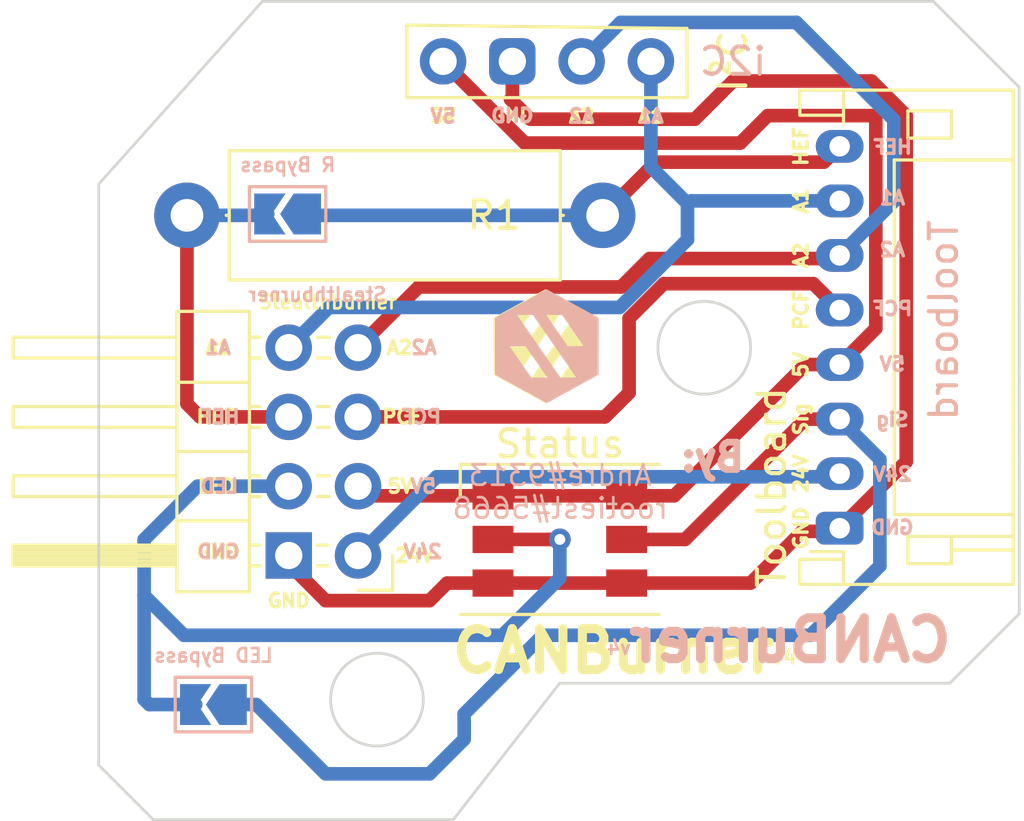
<source format=kicad_pcb>
(kicad_pcb (version 20211014) (generator pcbnew)
  (title_block (title "CanBurner") (date "04.11.2022") (rev "2.0") (comment 2 "rootiest#5668") (comment 3 "André#9313") (comment 4 "By:"))
  (layers (0 "F.Cu" signal) (31 "B.Cu" signal) (34 "B.Paste" user) (35 "F.Paste" user) (36 "B.SilkS" user "B.Silkscreen") (37 "F.SilkS" user "F.Silkscreen") (38 "B.Mask" user) (39 "F.Mask" user) (44 "Edge.Cuts" user))
  (net 0 "")
  (net 1 "/24V")
  (net 2 "/HEF")
  (net 3 "/A1")
  (net 4 "/A2")
  (net 5 "/PCF")
  (net 6 "/Sig")
  (net 7 "/5V")
  (net 8 "/GND")
  (footprint "Connector_PinSocket_2.54mm:PinSocket_1x04_P2.54mm_Vertical" (layer "F.Cu") (at 84.619469 22.330407 -90)
    (fp_text reference "I²C" (at 0 -3.010531 -90) (layer "F.SilkS"))
    (fp_text value "i2C Addon" hide)
    (pad "1" thru_hole oval (at 0 0 270) (size 1.7 1.7) (drill 1) (layers *.Cu *.Mask) (net 3 "/A1"))
    (pad "2" thru_hole oval (at 0 2.54 270) (size 1.7 1.7) (drill 1) (layers *.Cu *.Mask) (net 4 "/A2"))
    (pad "3" thru_hole roundrect (at 0 5.08 270) (size 1.7 1.7) (drill 1) (layers *.Cu *.Mask) (net 8 "/GND"))
    (pad "4" thru_hole oval (at 0 7.62 270) (size 1.7 1.7) (drill 1) (layers *.Cu *.Mask) (net 7 "/5V"))
  )
  (footprint "LED_SMD:LED_WS2812_PLCC6_5.0x5.0mm_P1.6mm" (layer "F.Cu") (at 81.28 39.856814)
    (fp_text reference "Status" (at 0 -3.5) (layer "F.SilkS"))
    (fp_text value "LED_WS2812_PLCC6_5.0x5.0mm_P1.6mm" hide)
    (pad "1" smd rect (at 2.45 -1.6) (size 1.5 1) (layers "F.Cu" "F.Paste" "F.Mask") (net 7 "/5V"))
    (pad "2" smd rect (at 2.45 0) (size 1.5 1) (layers "F.Cu" "F.Paste" "F.Mask") (net 6 "/Sig"))
    (pad "3" smd rect (at 2.45 1.6) (size 1.5 1) (layers "F.Cu" "F.Paste" "F.Mask") (net 8 "/GND"))
    (pad "4" smd rect (at -2.45 1.6) (size 1.5 1) (layers "F.Cu" "F.Paste" "F.Mask") (net 8 "/GND"))
    (pad "5" smd rect (at -2.45 0) (size 1.5 1) (layers "F.Cu" "F.Paste" "F.Mask") (net 6 "/Sig"))
    (pad "6" smd rect (at -2.45 -1.6) (size 1.5 1) (layers "F.Cu" "F.Paste" "F.Mask") (net 7 "/5V"))
  )
  (footprint "Connector_JST:JST_PH_S8B-PH-K_1x08_P2.00mm_Horizontal" (layer "F.Cu") (at 91.54 39.445 90)
    (fp_text reference "Toolboard" (at 1.495 -2.49 270) (layer "F.SilkS"))
    (fp_text value "JST_PH_S8B-PH-K_1x08_P2.00mm_Horizontal" hide)
    (pad "1" thru_hole roundrect (at 0 0 90) (size 1.2 1.75) (drill 0.75) (layers *.Cu *.Mask) (net 8 "/GND"))
    (pad "2" thru_hole oval (at 2 0 90) (size 1.2 1.75) (drill 0.75) (layers *.Cu *.Mask) (net 1 "/24V"))
    (pad "3" thru_hole oval (at 4 0 90) (size 1.2 1.75) (drill 0.75) (layers *.Cu *.Mask) (net 6 "/Sig"))
    (pad "4" thru_hole oval (at 6 0 90) (size 1.2 1.75) (drill 0.75) (layers *.Cu *.Mask) (net 7 "/5V"))
    (pad "5" thru_hole oval (at 8 0 90) (size 1.2 1.75) (drill 0.75) (layers *.Cu *.Mask) (net 5 "/PCF"))
    (pad "6" thru_hole oval (at 10 0 90) (size 1.2 1.75) (drill 0.75) (layers *.Cu *.Mask) (net 4 "/A2"))
    (pad "7" thru_hole oval (at 12 0 90) (size 1.2 1.75) (drill 0.75) (layers *.Cu *.Mask) (net 3 "/A1"))
    (pad "8" thru_hole oval (at 14 0 90) (size 1.2 1.75) (drill 0.75) (layers *.Cu *.Mask) (net 2 "/HEF"))
  )
  (footprint "Resistor_THT:R_Axial_DIN0414_L11.9mm_D4.5mm_P15.24mm_Horizontal" (layer "F.Cu") (at 82.85 27.975 180)
    (fp_text reference "R1" (at 3.975 0) (layer "F.SilkS"))
    (fp_text value "R")
    (pad "1" thru_hole circle (at 0 0 180) (size 2.4 2.4) (drill 1.2) (layers *.Cu *.Mask) (net 2 "/HEF"))
    (pad "2" thru_hole oval (at 15.24 0 180) (size 2.4 2.4) (drill 1.2) (layers *.Cu *.Mask) (net 2 "/HEF"))
  )
  (footprint "Logo:Voron_logo" (layer "F.Cu") (at 80.775 32.73)
    (fp_text reference "G***" hide)
    (fp_text value "LOGO" hide)
  )
  (footprint "Connector_PinHeader_2.54mm:PinHeader_2x04_P2.54mm_Horizontal" (layer "F.Cu") (at 63.261315 32.825026)
    (fp_text reference "J1" hide)
    (fp_text value "Conn_02x04_Odd_Even" hide)
    (pad "1" thru_hole oval (at 8.08 0 180) (size 1.7 1.7) (drill 1) (layers *.Cu *.Mask) (net 3 "/A1"))
    (pad "2" thru_hole oval (at 10.62 0 180) (size 1.7 1.7) (drill 1) (layers *.Cu *.Mask) (net 4 "/A2"))
    (pad "3" thru_hole oval (at 8.08 2.54 180) (size 1.7 1.7) (drill 1) (layers *.Cu *.Mask) (net 2 "/HEF"))
    (pad "4" thru_hole oval (at 10.62 2.54 180) (size 1.7 1.7) (drill 1) (layers *.Cu *.Mask) (net 5 "/PCF"))
    (pad "5" thru_hole oval (at 8.08 5.08 180) (size 1.7 1.7) (drill 1) (layers *.Cu *.Mask) (net 6 "/Sig"))
    (pad "6" thru_hole oval (at 10.62 5.08 180) (size 1.7 1.7) (drill 1) (layers *.Cu *.Mask) (net 7 "/5V"))
    (pad "7" thru_hole rect (at 8.08 7.62 180) (size 1.7 1.7) (drill 1) (layers *.Cu *.Mask) (net 8 "/GND"))
    (pad "8" thru_hole circle (at 10.62 7.62 180) (size 1.7 1.7) (drill 1) (layers *.Cu *.Mask) (net 1 "/24V"))
  )
  (footprint "LOGO" (layer "F.Cu") (at 93.98 21.59)
    (fp_text reference "G***" hide)
    (fp_text value "LOGO" hide)
  )
  (footprint "Logo:Voron_logo" (layer "B.Cu") (at 80.775 32.73 180)
    (fp_text reference "G***" hide)
    (fp_text value "LOGO" hide)
  )
  (footprint "Jumper:SolderJumper-2_P1.3mm_Open_TrianglePad1.0x1.5mm" (layer "B.Cu") (at 71.3 27.925 180)
    (fp_text reference "R Bypass" (at 0 1.8) (layer "B.SilkS") (effects (font (size 0.5 0.5) (thickness 0.1)) (justify mirror)))
    (fp_text value "LED Bypass" hide)
    (pad "1" smd custom (at -0.725 0 180) (size 0.3 0.3) (layers "B.Cu" "B.Mask") (net 2 "/HEF") (options (clearance outline) (anchor rect)) (primitives (gr_poly (pts (xy 1 0) (xy 0.5 -0.75) (xy -0.5 -0.75) (xy -0.5 0.75) (xy 0.5 0.75)) (width 0) (fill yes))))
    (pad "2" smd custom (at 0.725 0 180) (size 0.3 0.3) (layers "B.Cu" "B.Mask") (net 2 "/HEF") (options (clearance outline) (anchor rect)) (primitives (gr_poly (pts (xy 0.5 -0.75) (xy -0.65 -0.75) (xy -0.15 0) (xy -0.65 0.75) (xy 0.5 0.75)) (width 0) (fill yes))))
  )
  (footprint "Jumper:SolderJumper-2_P1.3mm_Open_TrianglePad1.0x1.5mm" (layer "B.Cu") (at 68.58 45.91 180)
    (fp_text reference "LED Bypass" (at 0 1.8) (layer "B.SilkS") (effects (font (size 0.5 0.5) (thickness 0.1)) (justify mirror)))
    (fp_text value "LED Bypass")
    (pad "1" smd custom (at -0.725 0 180) (size 0.3 0.3) (layers "B.Cu" "B.Mask") (net 6 "/Sig") (options (clearance outline) (anchor rect)) (primitives (gr_poly (pts (xy 1 0) (xy 0.5 -0.75) (xy -0.5 -0.75) (xy -0.5 0.75) (xy 0.5 0.75)) (width 0) (fill yes))))
    (pad "2" smd custom (at 0.725 0 180) (size 0.3 0.3) (layers "B.Cu" "B.Mask") (net 6 "/Sig") (options (clearance outline) (anchor rect)) (primitives (gr_poly (pts (xy 0.5 -0.75) (xy -0.65 -0.75) (xy -0.15 0) (xy -0.65 0.75) (xy 0.5 0.75)) (width 0) (fill yes))))
  )
  (footprint "LOGO" (layer "B.Cu") (at 71.12 22.86 180)
    (fp_text reference "G***" hide)
    (fp_text value "LOGO" hide)
  )
  (gr_line (start 94.975 20.13) (end 98.12 23.275) (layer "Edge.Cuts") (width 0.1))
  (gr_circle (center 74.575 45.73) (end 76.275 45.73) (layer "Edge.Cuts") (width 0.1) (fill none))
  (gr_line (start 98.12 23.275) (end 98.125 42.58) (layer "Edge.Cuts") (width 0.1))
  (gr_line (start 66.375 50.13) (end 77.375 50.13) (layer "Edge.Cuts") (width 0.1))
  (gr_line (start 98.125 42.58) (end 95.575 45.13) (layer "Edge.Cuts") (width 0.1))
  (gr_circle (center 86.575 32.83) (end 88.275 32.83) (layer "Edge.Cuts") (width 0.1) (fill none))
  (gr_line (start 95.575 45.13) (end 81.275 45.13) (layer "Edge.Cuts") (width 0.1))
  (gr_line (start 64.375 48.13) (end 64.375 26.83) (layer "Edge.Cuts") (width 0.1))
  (gr_line (start 64.375 26.83) (end 70.375 20.13) (layer "Edge.Cuts") (width 0.1))
  (gr_line (start 66.375 50.13) (end 64.375 48.13) (layer "Edge.Cuts") (width 0.1))
  (gr_line (start 70.375 20.13) (end 94.975 20.13) (layer "Edge.Cuts") (width 0.1))
  (gr_line (start 81.275 45.13) (end 77.375 50.13) (layer "Edge.Cuts") (width 0.1))
  (gr_text "24V" (at 76.25 40.305) (layer "B.SilkS") (effects (font (size 0.5 0.5) (thickness 0.125)) (justify mirror)))
  (gr_text "v4" (at 83.45 43.825) (layer "B.SilkS") (effects (font (size 0.5 0.5) (thickness 0.1)) (justify mirror)))
  (gr_text "HEF" (at 93.47 25.475) (layer "B.SilkS") (effects (font (size 0.5 0.5) (thickness 0.125)) (justify mirror)))
  (gr_text "HEF\n" (at 68.825 35.365026) (layer "B.SilkS") (effects (font (size 0.5 0.5) (thickness 0.125)) (justify mirror)))
  (gr_text "A1" (at 68.75 32.825026) (layer "B.SilkS") (effects (font (size 0.5 0.5) (thickness 0.125)) (justify mirror)))
  (gr_text "i2C" (at 87.63 22.330407) (layer "B.SilkS") (effects (font (size 1 1)) (justify mirror)))
  (gr_text "5V\n" (at 76.999469 24.336581) (layer "B.SilkS") (effects (font (size 0.5 0.5) (thickness 0.125)) (justify mirror)))
  (gr_text "24V" (at 93.47 37.466238) (layer "B.SilkS") (effects (font (size 0.5 0.5) (thickness 0.125)) (justify mirror)))
  (gr_text "GND" (at 93.47 39.418616) (layer "B.SilkS") (effects (font (size 0.5 0.5) (thickness 0.125)) (justify mirror)))
  (gr_text "GND\n" (at 79.539469 24.32) (layer "B.SilkS") (effects (font (size 0.5 0.5) (thickness 0.125)) (justify mirror)))
  (gr_text "Stealthburner" (at 72.39 30.88) (layer "B.SilkS") (effects (font (size 0.5 0.5) (thickness 0.1)) (justify mirror)))
  (gr_text "A1" (at 84.619469 24.336581) (layer "B.SilkS") (effects (font (size 0.5 0.5) (thickness 0.125)) (justify mirror)))
  (gr_text "A2\n" (at 76.3 32.825026) (layer "B.SilkS") (effects (font (size 0.5 0.5) (thickness 0.125)) (justify mirror)))
  (gr_text "Toolboard" (at 95.35 31.825 90) (layer "B.SilkS") (effects (font (size 1 1)) (justify mirror)))
  (gr_text "A2\n" (at 82.079469 24.336581) (layer "B.SilkS") (effects (font (size 0.5 0.5) (thickness 0.125)) (justify mirror)))
  (gr_text "A1" (at 93.47 27.334981) (layer "B.SilkS") (effects (font (size 0.5 0.5) (thickness 0.125)) (justify mirror)))
  (gr_text "5V\n" (at 76.275 37.905026) (layer "B.SilkS") (effects (font (size 0.5 0.5) (thickness 0.125)) (justify mirror)))
  (gr_text "Sig" (at 93.47 35.461093) (layer "B.SilkS") (effects (font (size 0.5 0.5) (thickness 0.125)) (justify mirror)))
  (gr_text "PCF\n" (at 76.2 35.365026) (layer "B.SilkS") (effects (font (size 0.5 0.5) (thickness 0.125)) (justify mirror)))
  (gr_text "CANBurner" (at 89.725 43.55) (layer "B.SilkS") (effects (font (size 1.5 1.5) (thickness 0.333)) (justify mirror)))
  (gr_text "GND\n" (at 68.775 40.305) (layer "B.SilkS") (effects (font (size 0.5 0.5) (thickness 0.125)) (justify mirror)))
  (gr_text "André#9313\nrootiest#5668\n" (at 81.294076 38.111268) (layer "B.SilkS") (effects (font (size 0.75 0.75) (thickness 0.1)) (justify mirror)))
  (gr_text "PCF" (at 93.47 31.398037) (layer "B.SilkS") (effects (font (size 0.5 0.5) (thickness 0.125)) (justify mirror)))
  (gr_text "5V\n" (at 93.47 33.429565) (layer "B.SilkS") (effects (font (size 0.5 0.5) (thickness 0.125)) (justify mirror)))
  (gr_text "A2" (at 93.47 29.234592) (layer "B.SilkS") (effects (font (size 0.5 0.5) (thickness 0.125)) (justify mirror)))
  (gr_text "LED\n" (at 68.8 37.905026) (layer "B.SilkS") (effects (font (size 0.5 0.5) (thickness 0.125)) (justify mirror)))
  (gr_text "By:\n" (at 86.884076 36.841268) (layer "B.SilkS") (effects (font (size 1 1) (thickness 0.25)) (justify mirror)))
  (gr_text "v4" (at 89.525 44.175) (layer "F.SilkS") (effects (font (size 0.5 0.5) (thickness 0.1))))
  (gr_text "5V\n" (at 76.999469 24.336581) (layer "F.SilkS") (effects (font (size 0.5 0.5) (thickness 0.125))))
  (gr_text "GND\n" (at 71.341315 42.1) (layer "F.SilkS") (effects (font (size 0.5 0.5) (thickness 0.125))))
  (gr_text "A2\n" (at 82.079469 24.336581) (layer "F.SilkS") (effects (font (size 0.5 0.5) (thickness 0.125))))
  (gr_text "GND" (at 90.12 39.445 90) (layer "F.SilkS") (effects (font (size 0.5 0.5) (thickness 0.125))))
  (gr_text "CANBurner" (at 83.25 43.95) (layer "F.SilkS") (effects (font (size 1.5 1.5) (thickness 0.333))))
  (gr_text "GND\n" (at 79.539469 24.32) (layer "F.SilkS") (effects (font (size 0.5 0.5) (thickness 0.125))))
  (gr_text "PCF\n" (at 75.5 35.365026) (layer "F.SilkS") (effects (font (size 0.5 0.5) (thickness 0.125))))
  (gr_text "LED\n" (at 68.7 37.905026) (layer "F.SilkS") (effects (font (size 0.5 0.5) (thickness 0.125))))
  (gr_text "Sig" (at 90.12 35.445001 90) (layer "F.SilkS") (effects (font (size 0.5 0.5) (thickness 0.125))))
  (gr_text "HEF\n" (at 68.675 35.365026) (layer "F.SilkS") (effects (font (size 0.5 0.5) (thickness 0.125))))
  (gr_text "5V\n" (at 75.425 37.905026) (layer "F.SilkS") (effects (font (size 0.5 0.5) (thickness 0.125))))
  (gr_text "24V" (at 90.12 37.445 90) (layer "F.SilkS") (effects (font (size 0.5 0.5) (thickness 0.125))))
  (gr_text "HEF" (at 90.12 25.445 90) (layer "F.SilkS") (effects (font (size 0.5 0.5) (thickness 0.125))))
  (gr_text "A1" (at 68.75 32.825026) (layer "F.SilkS") (effects (font (size 0.5 0.5) (thickness 0.125))))
  (gr_text "5V\n" (at 90.12 33.445 90) (layer "F.SilkS") (effects (font (size 0.5 0.5) (thickness 0.125))))
  (gr_text "24V" (at 75.95 40.45) (layer "F.SilkS") (effects (font (size 0.5 0.5) (thickness 0.125))))
  (gr_text "A1" (at 90.12 27.445 90) (layer "F.SilkS") (effects (font (size 0.5 0.5) (thickness 0.125))))
  (gr_text "GND\n" (at 68.725 40.305) (layer "F.SilkS") (effects (font (size 0.5 0.5) (thickness 0.125))))
  (gr_text "A2\n" (at 75.4 32.825026) (layer "F.SilkS") (effects (font (size 0.5 0.5) (thickness 0.125))))
  (gr_text "Stealthburner" (at 72.776206 31.158041) (layer "F.SilkS") (effects (font (size 0.5 0.5) (thickness 0.1))))
  (gr_text "A1" (at 84.619469 24.336581) (layer "F.SilkS") (effects (font (size 0.5 0.5) (thickness 0.125))))
  (gr_text "PCF" (at 90.12 31.445001 90) (layer "F.SilkS") (effects (font (size 0.5 0.5) (thickness 0.125))))
  (gr_text "A2" (at 90.12 29.445 90) (layer "F.SilkS") (effects (font (size 0.5 0.5) (thickness 0.125))))
  (segment (start 91.54 37.445) (end 91.425 37.56) (width 0.5) (layer "B.Cu") (net 1))
  (segment (start 76.766341 37.56) (end 73.881315 40.445026) (width 0.5) (layer "B.Cu") (net 1))
  (segment (start 91.425 37.56) (end 76.766341 37.56) (width 0.5) (layer "B.Cu") (net 1))
  (segment (start 67.61 34.885) (end 67.61 27.975) (width 0.5) (layer "F.Cu") (net 2))
  (segment (start 90.96 26.025) (end 84.8 26.025) (width 0.5) (layer "F.Cu") (net 2))
  (segment (start 84.8 26.025) (end 82.85 27.975) (width 0.5) (layer "F.Cu") (net 2))
  (segment (start 91.54 25.445) (end 90.96 26.025) (width 0.5) (layer "F.Cu") (net 2))
  (segment (start 71.341315 35.365026) (end 68.090026 35.365026) (width 0.5) (layer "F.Cu") (net 2))
  (segment (start 68.090026 35.365026) (end 67.61 34.885) (width 0.5) (layer "F.Cu") (net 2))
  (segment (start 72.075 27.975) (end 82.85 27.975) (width 0.5) (layer "B.Cu") (net 2))
  (segment (start 72.025 27.925) (end 72.075 27.975) (width 0.5) (layer "B.Cu") (net 2))
  (segment (start 67.61 27.975) (end 70.525 27.975) (width 0.5) (layer "B.Cu") (net 2))
  (segment (start 70.525 27.975) (end 70.575 27.925) (width 0.5) (layer "B.Cu") (net 2))
  (segment (start 84.619469 22.330407) (end 84.619469 26.199469) (width 0.5) (layer "B.Cu") (net 3))
  (segment (start 85.96 28.865) (end 85.96 27.58) (width 0.5) (layer "B.Cu") (net 3))
  (segment (start 85.96 27.58) (end 85.98 27.56) (width 0.5) (layer "B.Cu") (net 3))
  (segment (start 85.98 27.56) (end 86.095 27.445) (width 0.5) (layer "B.Cu") (net 3))
  (segment (start 86.095 27.445) (end 91.54 27.445) (width 0.5) (layer "B.Cu") (net 3))
  (segment (start 72.816341 31.35) (end 71.341315 32.825026) (width 0.5) (layer "B.Cu") (net 3))
  (segment (start 85.96 28.865) (end 83.475 31.35) (width 0.5) (layer "B.Cu") (net 3))
  (segment (start 83.475 31.35) (end 72.816341 31.35) (width 0.5) (layer "B.Cu") (net 3))
  (segment (start 84.619469 26.199469) (end 85.98 27.56) (width 0.5) (layer "B.Cu") (net 3))
  (segment (start 84.568453 29.56) (end 83.528453 30.6) (width 0.5) (layer "F.Cu") (net 4))
  (segment (start 76.106341 30.6) (end 73.881315 32.825026) (width 0.5) (layer "F.Cu") (net 4))
  (segment (start 83.528453 30.6) (end 76.106341 30.6) (width 0.5) (layer "F.Cu") (net 4))
  (segment (start 91.425 29.56) (end 84.568453 29.56) (width 0.5) (layer "F.Cu") (net 4))
  (segment (start 91.54 29.445) (end 91.425 29.56) (width 0.5) (layer "F.Cu") (net 4))
  (segment (start 91.54 29.445) (end 93.525 27.46) (width 0.5) (layer "B.Cu") (net 4))
  (segment (start 89.952796 20.902796) (end 83.50708 20.902796) (width 0.5) (layer "B.Cu") (net 4))
  (segment (start 93.525 24.475) (end 89.95 20.9) (width 0.5) (layer "B.Cu") (net 4))
  (segment (start 93.525 27.46) (end 93.525 24.475) (width 0.5) (layer "B.Cu") (net 4))
  (segment (start 83.50708 20.902796) (end 82.079469 22.330407) (width 0.5) (layer "B.Cu") (net 4))
  (segment (start 82.934974 35.365026) (end 73.881315 35.365026) (width 0.5) (layer "F.Cu") (net 5))
  (segment (start 90.575 30.48) (end 85.09 30.48) (width 0.5) (layer "F.Cu") (net 5))
  (segment (start 85.09 30.48) (end 83.82 31.75) (width 0.5) (layer "F.Cu") (net 5))
  (segment (start 83.82 31.75) (end 83.82 34.48) (width 0.5) (layer "F.Cu") (net 5))
  (segment (start 91.54 31.445) (end 90.575 30.48) (width 0.5) (layer "F.Cu") (net 5))
  (segment (start 83.82 34.48) (end 82.934974 35.365026) (width 0.5) (layer "F.Cu") (net 5))
  (segment (start 90.285 35.445) (end 85.873186 39.856814) (width 0.5) (layer "F.Cu") (net 6))
  (segment (start 91.54 35.445) (end 90.285 35.445) (width 0.5) (layer "F.Cu") (net 6))
  (segment (start 78.83 39.856814) (end 81.28 39.856814) (width 0.5) (layer "F.Cu") (net 6))
  (segment (start 85.873186 39.856814) (end 83.73 39.856814) (width 0.5) (layer "F.Cu") (net 6))
  (via blind (at 81.28 39.856814) (size 0.8) (drill 0.4) (layers "F.Cu" "B.Cu") (net 6))
  (segment (start 93.013145 36.918145) (end 93.013145 40.83) (width 0.5) (layer "B.Cu") (net 6))
  (segment (start 81.28 41.27) (end 79.18 43.37) (width 0.5) (layer "B.Cu") (net 6))
  (segment (start 81.28 39.856814) (end 81.28 41.27) (width 0.5) (layer "B.Cu") (net 6))
  (segment (start 77.773145 46.251855) (end 77.773145 47.18) (width 0.5) (layer "B.Cu") (net 6))
  (segment (start 67.5 43.37) (end 66.04 41.91) (width 0.5) (layer "B.Cu") (net 6))
  (segment (start 67.998119 37.905026) (end 71.341315 37.905026) (width 0.5) (layer "B.Cu") (net 6))
  (segment (start 76.503145 48.45) (end 72.693145 48.45) (width 0.5) (layer "B.Cu") (net 6))
  (segment (start 66.04 41.91) (end 66.04 39.863145) (width 0.5) (layer "B.Cu") (net 6))
  (segment (start 93.013145 40.83) (end 90.473145 43.37) (width 0.5) (layer "B.Cu") (net 6))
  (segment (start 91.655 35.56) (end 93.013145 36.918145) (width 0.5) (layer "B.Cu") (net 6))
  (segment (start 66.04 41.91) (end 66.04 45.72) (width 0.5) (layer "B.Cu") (net 6))
  (segment (start 79.18 43.37) (end 67.5 43.37) (width 0.5) (layer "B.Cu") (net 6))
  (segment (start 90.473145 43.37) (end 80.655 43.37) (width 0.5) (layer "B.Cu") (net 6))
  (segment (start 66.04 45.72) (end 66.23 45.91) (width 0.5) (layer "B.Cu") (net 6))
  (segment (start 70.153145 45.91) (end 69.23 45.91) (width 0.5) (layer "B.Cu") (net 6))
  (segment (start 72.693145 48.45) (end 70.153145 45.91) (width 0.5) (layer "B.Cu") (net 6))
  (segment (start 77.773145 47.18) (end 76.503145 48.45) (width 0.5) (layer "B.Cu") (net 6))
  (segment (start 66.23 45.91) (end 67.93 45.91) (width 0.5) (layer "B.Cu") (net 6))
  (segment (start 66.04 39.863145) (end 67.998119 37.905026) (width 0.5) (layer "B.Cu") (net 6))
  (segment (start 80.655 43.37) (end 77.773145 46.251855) (width 0.5) (layer "B.Cu") (net 6))
  (segment (start 91.553145 35.56) (end 91.655 35.56) (width 0.5) (layer "B.Cu") (net 6))
  (segment (start 74.233103 38.256814) (end 73.881315 37.905026) (width 0.5) (layer "F.Cu") (net 7))
  (segment (start 90.285 33.445) (end 91.54 33.445) (width 0.5) (layer "F.Cu") (net 7))
  (segment (start 88.9 24.32) (end 87.895 25.325) (width 0.5) (layer "F.Cu") (net 7))
  (segment (start 83.73 38.256814) (end 78.83 38.256814) (width 0.5) (layer "F.Cu") (net 7))
  (segment (start 83.73 38.256814) (end 85.473186 38.256814) (width 0.5) (layer "F.Cu") (net 7))
  (segment (start 85.473186 38.256814) (end 90.285 33.445) (width 0.5) (layer "F.Cu") (net 7))
  (segment (start 91.54 33.445) (end 92.865 32.12) (width 0.5) (layer "F.Cu") (net 7))
  (segment (start 87.895 25.325) (end 79.994062 25.325) (width 0.5) (layer "F.Cu") (net 7))
  (segment (start 79.994062 25.325) (end 76.999469 22.330407) (width 0.5) (layer "F.Cu") (net 7))
  (segment (start 92.865 24.475) (end 92.71 24.32) (width 0.5) (layer "F.Cu") (net 7))
  (segment (start 92.71 24.32) (end 88.9 24.32) (width 0.5) (layer "F.Cu") (net 7))
  (segment (start 92.865 32.12) (end 92.865 24.475) (width 0.5) (layer "F.Cu") (net 7))
  (segment (start 78.83 38.256814) (end 74.233103 38.256814) (width 0.5) (layer "F.Cu") (net 7))
  (segment (start 92.71 23.05) (end 87.63 23.05) (width 0.5) (layer "F.Cu") (net 8))
  (segment (start 77.146331 41.456814) (end 76.503145 42.1) (width 0.5) (layer "F.Cu") (net 8))
  (segment (start 91.425 39.56) (end 93.98 37.005) (width 0.5) (layer "F.Cu") (net 8))
  (segment (start 93.98 24.32) (end 92.71 23.05) (width 0.5) (layer "F.Cu") (net 8))
  (segment (start 71.341315 40.74817) (end 71.341315 40.445026) (width 0.5) (layer "F.Cu") (net 8))
  (segment (start 79.475 23.725) (end 79.539469 23.660531) (width 0.5) (layer "F.Cu") (net 8))
  (segment (start 83.73 41.456814) (end 88.273186 41.456814) (width 0.5) (layer "F.Cu") (net 8))
  (segment (start 88.273186 41.456814) (end 90.17 39.56) (width 0.5) (layer "F.Cu") (net 8))
  (segment (start 87.63 23.05) (end 86.23 24.45) (width 0.5) (layer "F.Cu") (net 8))
  (segment (start 78.83 41.456814) (end 77.146331 41.456814) (width 0.5) (layer "F.Cu") (net 8))
  (segment (start 76.503145 42.1) (end 72.693145 42.1) (width 0.5) (layer "F.Cu") (net 8))
  (segment (start 79.539469 23.660531) (end 79.539469 22.330407) (width 0.5) (layer "F.Cu") (net 8))
  (segment (start 93.98 37.005) (end 93.98 24.32) (width 0.5) (layer "F.Cu") (net 8))
  (segment (start 83.73 41.456814) (end 78.83 41.456814) (width 0.5) (layer "F.Cu") (net 8))
  (segment (start 86.23 24.45) (end 80.2 24.45) (width 0.5) (layer "F.Cu") (net 8))
  (segment (start 80.2 24.45) (end 79.475 23.725) (width 0.5) (layer "F.Cu") (net 8))
  (segment (start 90.17 39.56) (end 91.425 39.56) (width 0.5) (layer "F.Cu") (net 8))
  (segment (start 72.693145 42.1) (end 71.341315 40.74817) (width 0.5) (layer "F.Cu") (net 8))
)
</source>
